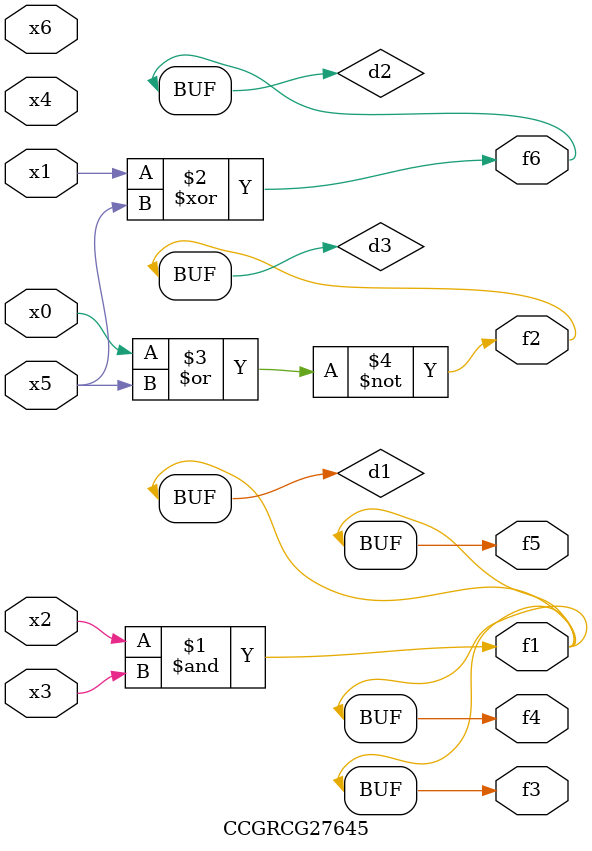
<source format=v>
module CCGRCG27645(
	input x0, x1, x2, x3, x4, x5, x6,
	output f1, f2, f3, f4, f5, f6
);

	wire d1, d2, d3;

	and (d1, x2, x3);
	xor (d2, x1, x5);
	nor (d3, x0, x5);
	assign f1 = d1;
	assign f2 = d3;
	assign f3 = d1;
	assign f4 = d1;
	assign f5 = d1;
	assign f6 = d2;
endmodule

</source>
